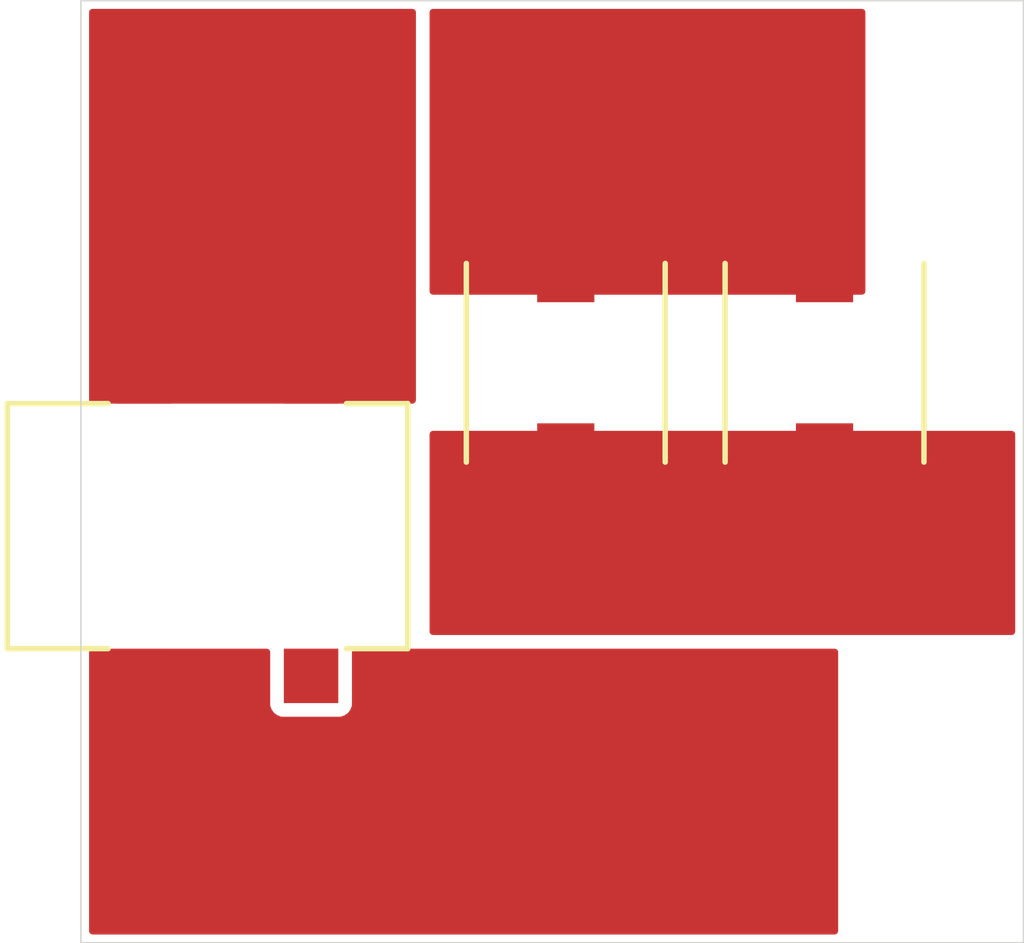
<source format=kicad_pcb>
(kicad_pcb (version 20221018) (generator pcbnew)
  (layers (0 "F.Cu" signal) (31 "B.Cu" signal) (34 "B.Paste" user) (35 "F.Paste" user) (36 "B.SilkS" user "B.Silkscreen") (37 "F.SilkS" user "F.Silkscreen") (38 "B.Mask" user) (39 "F.Mask" user) (44 "Edge.Cuts" user))
  (net 0 "")
  (net 1 "/P")
  (net 2 "/N")
  (net 4 "/N1")
  (net 5 "/P1")
  (footprint "MountingHole:MountingHole_2.2mm_M2" (layer "F.Cu") (at 152 79.5)
    (fp_text reference "H2" hide)
    (fp_text value "M2")
    (pad "" np_thru_hole circle (at 0 0) (size 2.2 2.2) (drill 2.2) (layers "*.Cu" "*.Mask"))
  )
  (footprint "Mylib:INDPM7373X455N" (layer "F.Cu") (at 138 90 -90)
    (fp_text reference "L1" hide)
    (fp_text value "46223C" hide)
    (fp_line (start -3.65 3.65) (end 3.65 3.65) (stroke (width 0.2)) (layer "F.SilkS"))
    (fp_line (start 3.65 -3.65) (end -3.65 -3.65) (stroke (width 0.2)) (layer "F.SilkS"))
    (pad "1" smd rect (at -3.25 0 270) (size 2.05 2.1) (layers "F.Cu" "F.Paste" "F.Mask") (net 4 "/N1"))
    (pad "2" smd rect (at 3.25 0 270) (size 2.05 2.1) (layers "F.Cu" "F.Paste" "F.Mask") (net 5 "/P1"))
  )
  (footprint "Mylib:GCT_DCJ200-05-A-XX-X_REVA" (layer "F.Cu") (at 124.85 96 -90)
    (fp_text reference "J1" hide)
    (fp_text value "DCJ200-05-A-XX-X_REVA" hide)
    (fp_line (start -4.5 -7.35) (end 4.5 -7.35) (stroke (width 0.2)) (layer "F.SilkS"))
    (fp_line (start -4.5 -5.1) (end -4.5 -7.35) (stroke (width 0.2)) (layer "F.SilkS"))
    (fp_line (start -4.5 3.65) (end -4.5 7.35) (stroke (width 0.2)) (layer "F.SilkS"))
    (fp_line (start -4.5 7.35) (end 4.5 7.35) (stroke (width 0.2)) (layer "F.SilkS"))
    (fp_line (start 4.5 -7.35) (end 4.5 -5.1) (stroke (width 0.2)) (layer "F.SilkS"))
    (fp_line (start 4.5 7.35) (end 4.5 3.65) (stroke (width 0.2)) (layer "F.SilkS"))
    (pad "" np_thru_hole circle (at 0 -2.15 270) (size 1.8 1.8) (drill 1.8) (layers "*.Cu" "*.Mask"))
    (pad "" np_thru_hole circle (at 0 2.35 270) (size 1.6 1.6) (drill 1.6) (layers "*.Cu" "*.Mask"))
    (pad "1.1" smd rect (at -5.5 -3.8 270) (size 2 2) (layers "F.Cu" "F.Paste" "F.Mask") (net 1 "/P"))
    (pad "1.2" smd rect (at -5.5 2.35 270) (size 2 2) (layers "F.Cu" "F.Paste" "F.Mask") (net 1 "/P"))
    (pad "2" smd rect (at 5.5 2.35 270) (size 2 2) (layers "F.Cu" "F.Paste" "F.Mask") (net 2 "/N"))
    (pad "3" smd rect (at 5.5 -3.8 270) (size 2 2) (layers "F.Cu" "F.Paste" "F.Mask"))
  )
  (footprint "Mylib:INDPM7373X455N" (layer "F.Cu") (at 147.5 90 -90)
    (fp_text reference "L2" hide)
    (fp_text value "46223C" hide)
    (fp_line (start -3.65 3.65) (end 3.65 3.65) (stroke (width 0.2)) (layer "F.SilkS"))
    (fp_line (start 3.65 -3.65) (end -3.65 -3.65) (stroke (width 0.2)) (layer "F.SilkS"))
    (pad "1" smd rect (at -3.25 0 270) (size 2.05 2.1) (layers "F.Cu" "F.Paste" "F.Mask") (net 4 "/N1"))
    (pad "2" smd rect (at 3.25 0 270) (size 2.05 2.1) (layers "F.Cu" "F.Paste" "F.Mask") (net 5 "/P1"))
  )
  (footprint "MountingHole:MountingHole_2.2mm_M2" (layer "F.Cu") (at 152 106.5)
    (fp_text reference "H3" hide)
    (fp_text value "M2")
    (pad "" np_thru_hole circle (at 0 0) (size 2.2 2.2) (drill 2.2) (layers "*.Cu" "*.Mask"))
  )
  (gr_rect (start 120.2 76.7) (end 154.8 111.3) (stroke (width 0.05)) (fill none) (layer "Edge.Cuts"))
  (zone (net 4) (net_name "/N1") (layer "F.Cu") (connect_pads yes (clearance 0.5)) (min_thickness 0.25) (fill yes (thermal_gap 0.5) (thermal_bridge_width 0.5))
    (polygon (pts (xy 133 77) (xy 149 77) (xy 149 87.5) (xy 133 87.5)))
  )
  (zone (net 5) (net_name "/P1") (layer "F.Cu") (connect_pads yes (clearance 0.5)) (min_thickness 0.25) (fill yes (thermal_gap 0.5) (thermal_bridge_width 0.5))
    (polygon (pts (xy 133 92.5) (xy 154.5 92.5) (xy 154.5 100) (xy 133 100)))
  )
  (zone (net 2) (net_name "/N") (layer "F.Cu") (priority 1) (connect_pads yes (clearance 0.5)) (min_thickness 0.25) (fill yes (thermal_gap 0.5) (thermal_bridge_width 0.5))
    (polygon (pts (xy 120.5 100.5) (xy 148 100.5) (xy 148 111) (xy 120.5 111)))
  )
  (zone (net 1) (net_name "/P") (layer "F.Cu") (connect_pads yes (clearance 0.5)) (min_thickness 0.25) (fill yes (thermal_gap 0.5) (thermal_bridge_width 0.5))
    (polygon (pts (xy 120.5 77) (xy 132.5 77) (xy 132.5 91.5) (xy 120.5 91.5)))
  )
)
</source>
